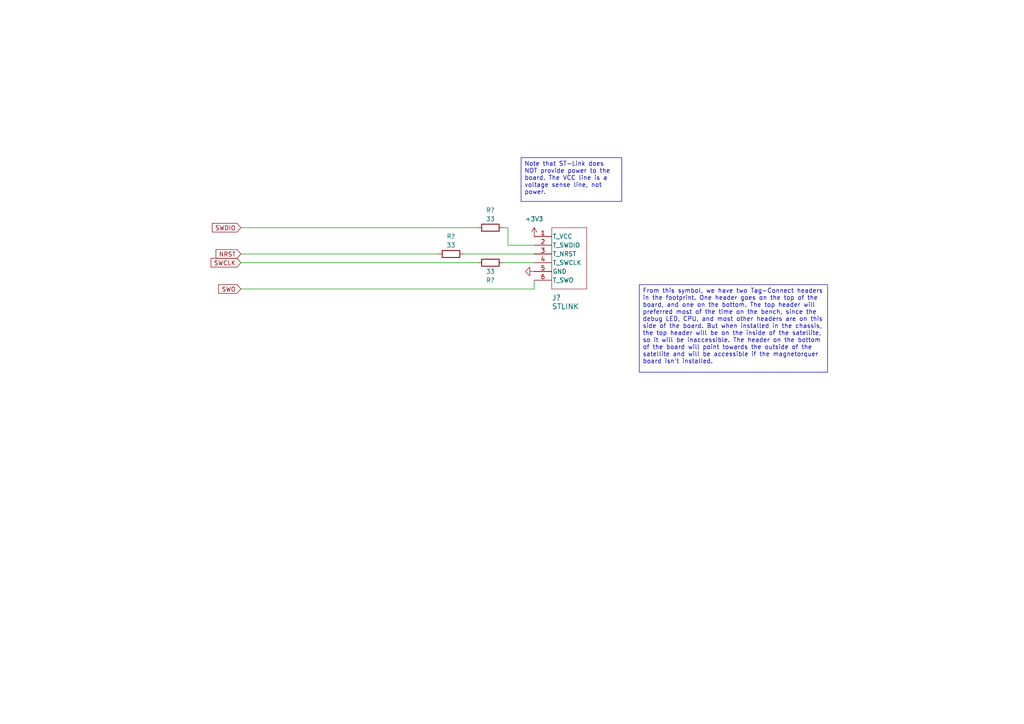
<source format=kicad_sch>
(kicad_sch (version 20231120) (generator "eeschema") (generator_version "8.0")
  (paper "A4")
  (lib_symbols
    (symbol "Device:R" (pin_numbers hide) (pin_names (offset 0))
      (property "Reference" "R" (at 2.032 0 90))
      (property "Value" "R" (at 0 0 90))
      (symbol "R_0_1"
        (rectangle (start -1.016 -2.54) (end 1.016 2.54) (stroke (width 0.254)))
      )
      (symbol "R_1_1"
        (pin passive line (at 0 3.81 270) (length 1.27) (name "~") (number "1"))
        (pin passive line (at 0 -3.81 90) (length 1.27) (name "~") (number "2"))
      )
    )
    (symbol "TVSC:STLINK_TagConnect_6" (pin_names (offset 0.254)) (in_bom no)
      (property "Reference" "J" (at 0 6.35 0))
      (property "Value" "STLINK_TagConnect_6" (at 0 -15.24 0))
      (symbol "STLINK_TagConnect_6_1_1"
        (polyline (pts (xy -5.08 -12.7) (xy 5.08 -12.7)) (stroke (width 0.127)))
        (polyline (pts (xy -5.08 5.08) (xy -5.08 -12.7)) (stroke (width 0.127)))
        (polyline (pts (xy 5.08 -12.7) (xy 5.08 5.08)) (stroke (width 0.127)))
        (polyline (pts (xy 5.08 5.08) (xy -5.08 5.08)) (stroke (width 0.127)))
        (pin power_in line (at -10.16 2.54 0) (length 5.08) (name "T_VCC") (number "1"))
        (pin bidirectional line (at -10.16 0 0) (length 5.08) (name "T_SWDIO") (number "2"))
        (pin open_collector line (at -10.16 -2.54 0) (length 5.08) (name "T_NRST") (number "3"))
        (pin output line (at -10.16 -5.08 0) (length 5.08) (name "T_SWCLK") (number "4"))
        (pin power_in line (at -10.16 -7.62 0) (length 5.08) (name "GND") (number "5"))
        (pin input line (at -10.16 -10.16 0) (length 5.08) (name "T_SWO") (number "6"))
      )
      (symbol "STLINK_TagConnect_6_1_2"
        (polyline (pts (xy 5.08 -20.32) (xy 12.7 -20.32)) (stroke (width 0.127)))
        (polyline (pts (xy 5.08 2.54) (xy 5.08 -20.32)) (stroke (width 0.127)))
        (polyline (pts (xy 7.62 -17.78) (xy 5.08 -17.78)) (stroke (width 0.127)))
        (polyline (pts (xy 7.62 -17.78) (xy 8.89 -18.6267)) (stroke (width 0.127)))
        (polyline (pts (xy 7.62 -17.78) (xy 8.89 -16.9333)) (stroke (width 0.127)))
        (polyline (pts (xy 7.62 -15.24) (xy 5.08 -15.24)) (stroke (width 0.127)))
        (polyline (pts (xy 7.62 -15.24) (xy 8.89 -16.0867)) (stroke (width 0.127)))
        (polyline (pts (xy 7.62 -15.24) (xy 8.89 -14.3933)) (stroke (width 0.127)))
        (polyline (pts (xy 7.62 -12.7) (xy 5.08 -12.7)) (stroke (width 0.127)))
        (polyline (pts (xy 7.62 -12.7) (xy 8.89 -13.5467)) (stroke (width 0.127)))
        (polyline (pts (xy 7.62 -12.7) (xy 8.89 -11.8533)) (stroke (width 0.127)))
        (polyline (pts (xy 7.62 -10.16) (xy 5.08 -10.16)) (stroke (width 0.127)))
        (polyline (pts (xy 7.62 -10.16) (xy 8.89 -11.0067)) (stroke (width 0.127)))
        (polyline (pts (xy 7.62 -10.16) (xy 8.89 -9.3133)) (stroke (width 0.127)))
        (polyline (pts (xy 7.62 -7.62) (xy 5.08 -7.62)) (stroke (width 0.127)))
        (polyline (pts (xy 7.62 -7.62) (xy 8.89 -8.4667)) (stroke (width 0.127)))
        (polyline (pts (xy 7.62 -7.62) (xy 8.89 -6.7733)) (stroke (width 0.127)))
        (polyline (pts (xy 7.62 -5.08) (xy 5.08 -5.08)) (stroke (width 0.127)))
        (polyline (pts (xy 7.62 -5.08) (xy 8.89 -5.9267)) (stroke (width 0.127)))
        (polyline (pts (xy 7.62 -5.08) (xy 8.89 -4.2333)) (stroke (width 0.127)))
        (polyline (pts (xy 7.62 -2.54) (xy 5.08 -2.54)) (stroke (width 0.127)))
        (polyline (pts (xy 7.62 -2.54) (xy 8.89 -3.3867)) (stroke (width 0.127)))
        (polyline (pts (xy 7.62 -2.54) (xy 8.89 -1.6933)) (stroke (width 0.127)))
        (polyline (pts (xy 7.62 0) (xy 5.08 0)) (stroke (width 0.127)))
        (polyline (pts (xy 7.62 0) (xy 8.89 -0.8467)) (stroke (width 0.127)))
        (polyline (pts (xy 7.62 0) (xy 8.89 0.8467)) (stroke (width 0.127)))
        (polyline (pts (xy 12.7 -20.32) (xy 12.7 2.54)) (stroke (width 0.127)))
        (polyline (pts (xy 12.7 2.54) (xy 5.08 2.54)) (stroke (width 0.127)))
        (pin unspecified line (at 0 0 0) (length 5.08) (name "1") (number "1"))
        (pin unspecified line (at 0 -2.54 0) (length 5.08) (name "2") (number "2"))
        (pin unspecified line (at 0 -5.08 0) (length 5.08) (name "3") (number "3"))
        (pin unspecified line (at 0 -7.62 0) (length 5.08) (name "4") (number "4"))
        (pin unspecified line (at 0 -10.16 0) (length 5.08) (name "5") (number "5"))
        (pin unspecified line (at 0 -12.7 0) (length 5.08) (name "6") (number "6"))
        (pin unspecified line (at 0 -15.24 0) (length 5.08) (name "7") (number "7"))
        (pin unspecified line (at 0 -17.78 0) (length 5.08) (name "8") (number "8"))
      )
    )
    (symbol "power:+3V3" (power) (pin_numbers hide) (pin_names (offset 0) hide)
      (property "Value" "+3V3" (at 0 3.556 0))
      (symbol "+3V3_0_1"
        (polyline (pts (xy -0.762 1.27) (xy 0 2.54)))
        (polyline (pts (xy 0 0) (xy 0 2.54)))
        (polyline (pts (xy 0 2.54) (xy 0.762 1.27)))
      )
      (symbol "+3V3_1_1"
        (pin power_in line (at 0 0 90) (length 0) (name "~") (number "1"))
      )
    )
    (symbol "power:GND" (power) (pin_numbers hide) (pin_names (offset 0) hide)
      (property "Value" "GND" (at 0 -3.81 0))
      (symbol "GND_0_1"
        (polyline (pts (xy 0 0) (xy 0 -1.27) (xy 1.27 -1.27) (xy 0 -2.54) (xy -1.27 -1.27) (xy 0 -1.27)))
      )
      (symbol "GND_1_1"
        (pin power_in line (at 0 0 270) (length 0) (name "~") (number "1"))
      )
    )
  )
  (wire (pts (xy 154.94 83.82) (xy 154.94 81.28)))
  (wire (pts (xy 69.85 73.66) (xy 127 73.66)))
  (wire (pts (xy 134.62 73.66) (xy 154.94 73.66)))
  (wire (pts (xy 69.85 83.82) (xy 154.94 83.82)))
  (wire (pts (xy 146.05 66.04) (xy 147.32 66.04)))
  (wire (pts (xy 69.85 66.04) (xy 138.43 66.04)))
  (wire (pts (xy 147.32 66.04) (xy 147.32 71.12)))
  (wire (pts (xy 69.85 76.2) (xy 138.43 76.2)))
  (wire (pts (xy 147.32 71.12) (xy 154.94 71.12)))
  (wire (pts (xy 146.05 76.2) (xy 154.94 76.2)))
  (text_box "Note that ST-Link does NOT provide power to the board. The VCC line is a voltage sense line, not power." (at 151.13 45.72 0) (size 29.21 12.7) (effects (font (size 1.27 1.27)) (justify left top)))
  (text_box "From this symbol, we have two Tag-Connect headers in the footprint. One header goes on the top of the board, and one on the bottom. The top header will preferred most of the time on the bench, since the debug LED, CPU, and most other headers are on this side of the board. But when installed in the chassis, the top header will be on the inside of the satellite, so it will be inaccessible. The header on the bottom of the board will point towards the outside of the satellite and will be accessible if the magnetorquer board isn't installed." (at 185.42 82.55 0) (size 54.61 25.4) (effects (font (size 1.27 1.27)) (justify left top)))
  (global_label "NRST" (shape input) (at 69.85 73.66 180) (property "Intersheetrefs" "${INTERSHEET_REFS}" (effects (hide yes))))
  (global_label "SWCLK" (shape input) (at 69.85 76.2 180) (property "Intersheetrefs" "${INTERSHEET_REFS}" (effects (hide yes))))
  (global_label "SWDIO" (shape input) (at 69.85 66.04 180) (property "Intersheetrefs" "${INTERSHEET_REFS}" (effects (hide yes))))
  (global_label "SWO" (shape input) (at 69.85 83.82 180) (property "Intersheetrefs" "${INTERSHEET_REFS}" (effects (hide yes))))
  (symbol (lib_id "power:+3V3") (at 154.94 68.58 0) (unit 1)
    (property "Reference" "#PWR041" (effects (hide yes)))
    (property "Value" "+3V3" (at 154.94 63.5 0))
  )
  (symbol (lib_id "Device:R") (at 130.81 73.66 90) (mirror x) (unit 1)
    (property "Reference" "R?" (at 130.81 68.58 90))
    (property "Value" "33" (at 130.81 71.12 90))
    (property "Footprint" "footprints:Nondescript_R_0402_1005Metric" (effects (hide yes)))
    (property "Active" "Y" (effects (hide yes)))
    (property "Basic or Extended Component" "Basic" (effects (hide yes)))
    (property "MPN" "C25105" (effects (hide yes)))
    (property "Manufacturer" "UNI-ROYAL(Uniroyal Elec)" (effects (hide yes)))
    (property "Manufacturer Part Number" "0402WGF330JTCE" (effects (hide yes)))
  )
  (symbol (lib_id "Device:R") (at 142.24 66.04 90) (unit 1)
    (property "Reference" "R?" (at 142.24 60.96 90))
    (property "Value" "33" (at 142.24 63.5 90))
    (property "Footprint" "footprints:Nondescript_R_0402_1005Metric" (effects (hide yes)))
    (property "Active" "Y" (effects (hide yes)))
    (property "Basic or Extended Component" "Basic" (effects (hide yes)))
    (property "MPN" "C25105" (effects (hide yes)))
    (property "Manufacturer" "UNI-ROYAL(Uniroyal Elec)" (effects (hide yes)))
    (property "Manufacturer Part Number" "0402WGF330JTCE" (effects (hide yes)))
  )
  (symbol (lib_id "TVSC:STLINK_TagConnect_6") (at 165.1 71.12 0) (unit 1) (in_bom no)
    (property "Reference" "J?" (at 160.02 86.36 0) (effects (font (size 1.524 1.524)) (justify left)))
    (property "Value" "STLINK" (at 160.02 88.9 0) (effects (font (size 1.524 1.524)) (justify left)))
    (property "Footprint" "footprints:Double-Sided_Tag-Connect_TC2030-IDC-NL_2x03_P1.27mm_Vertical" (effects (hide yes)))
    (property "Datasheet" "https://www.tag-connect.com/wp-content/uploads/bsk-pdf-manager/TC2030-CTX_1.pdf" (effects (hide yes)))
    (property "MPN" "NA" (effects (hide yes)))
    (property "Active" "Y" (effects (hide yes)))
  )
  (symbol (lib_id "power:GND") (at 154.94 78.74 270) (unit 1)
    (property "Reference" "#PWR042" (effects (hide yes)))
    (property "Value" "GND" (effects (hide yes)))
  )
  (symbol (lib_id "Device:R") (at 142.24 76.2 90) (mirror x) (unit 1)
    (property "Reference" "R?" (at 142.24 81.28 90))
    (property "Value" "33" (at 142.24 78.74 90))
    (property "Footprint" "footprints:Nondescript_R_0402_1005Metric" (effects (hide yes)))
    (property "Active" "Y" (effects (hide yes)))
    (property "Basic or Extended Component" "Basic" (effects (hide yes)))
    (property "MPN" "C25105" (effects (hide yes)))
    (property "Manufacturer" "UNI-ROYAL(Uniroyal Elec)" (effects (hide yes)))
    (property "Manufacturer Part Number" "0402WGF330JTCE" (effects (hide yes)))
  )
)
</source>
